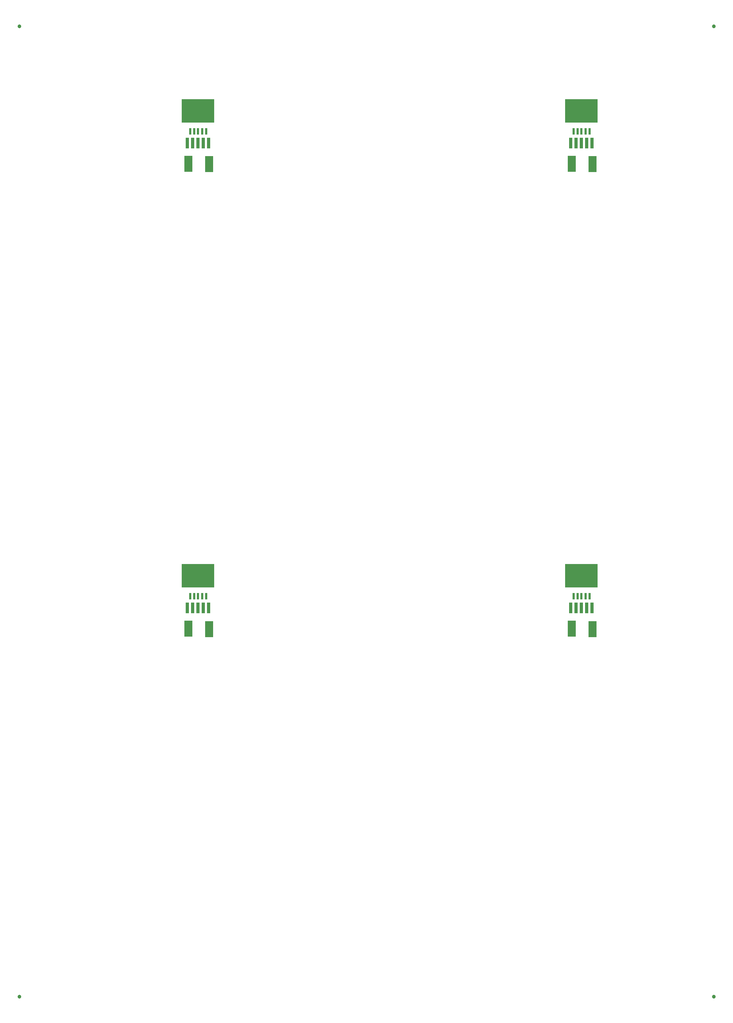
<source format=gtp>
%MOIN*%
%OFA0B0*%
%FSLAX44Y44*%
%IPPOS*%
%LPD*%
%ADD11R,0.407992125984252X0.29437007874015753*%
%ADD12R,0.03937007874015748X0.13779527559055119*%
%ADD13R,0.27559055118110237X0.23031496062992127*%
%ADD14R,0.029921259842519688X0.07874015748031496*%
%ADD15R,0.0984251968503937X0.2*%
%ADD26R,0.407992125984252X0.29437007874015753*%
%ADD27R,0.03937007874015748X0.13779527559055119*%
%ADD28R,0.27559055118110237X0.23031496062992127*%
%ADD29R,0.029921259842519688X0.07874015748031496*%
%ADD30R,0.0984251968503937X0.2*%
%ADD31R,0.407992125984252X0.29437007874015753*%
%ADD32R,0.03937007874015748X0.13779527559055119*%
%ADD33R,0.27559055118110237X0.23031496062992127*%
%ADD34R,0.029921259842519688X0.07874015748031496*%
%ADD35R,0.0984251968503937X0.2*%
%ADD36R,0.407992125984252X0.29437007874015753*%
%ADD37R,0.03937007874015748X0.13779527559055119*%
%ADD38R,0.27559055118110237X0.23031496062992127*%
%ADD39R,0.029921259842519688X0.07874015748031496*%
%ADD40R,0.0984251968503937X0.2*%
%ADD41C,0.047244094488188976*%
%ADD42C,0.047244094488188976*%
G01*
G75*
D11*
X00026311Y00054733D02*
D03*
D12*
X00026311Y00050712D02*
D03*
X00025641Y00050712D02*
D03*
X00024971Y00050712D02*
D03*
X00026981Y00050712D02*
D03*
X00027651Y00050712D02*
D03*
D13*
X00026332Y00054832D02*
D03*
D14*
X00026322Y00052165D02*
D03*
X00026832Y00052165D02*
D03*
X00027332Y00052165D02*
D03*
X00025832Y00052165D02*
D03*
X00025332Y00052165D02*
D03*
D15*
X00025125Y00048111D02*
D03*
X00027725Y00048061D02*
D03*
G04 next file*
G04 Layer_Color=8421504*
G04 skipping 71
G01*
G75*
D26*
X00026311Y00113000D02*
D03*
D27*
X00026311Y00108980D02*
D03*
X00025641Y00108980D02*
D03*
X00024971Y00108980D02*
D03*
X00026981Y00108980D02*
D03*
X00027651Y00108980D02*
D03*
D28*
X00026332Y00113100D02*
D03*
D29*
X00026322Y00110433D02*
D03*
X00026832Y00110433D02*
D03*
X00027332Y00110433D02*
D03*
X00025832Y00110433D02*
D03*
X00025332Y00110433D02*
D03*
D30*
X00025125Y00106379D02*
D03*
X00027725Y00106329D02*
D03*
G04 next file*
G04 Layer_Color=8421504*
G04 skipping 71
G01*
G75*
D31*
X00074343Y00054733D02*
D03*
D32*
X00074343Y00050712D02*
D03*
X00073673Y00050712D02*
D03*
X00073002Y00050712D02*
D03*
X00075013Y00050712D02*
D03*
X00075683Y00050712D02*
D03*
D33*
X00074364Y00054832D02*
D03*
D34*
X00074354Y00052165D02*
D03*
X00074864Y00052165D02*
D03*
X00075364Y00052165D02*
D03*
X00073864Y00052165D02*
D03*
X00073364Y00052165D02*
D03*
D35*
X00073156Y00048111D02*
D03*
X00075756Y00048061D02*
D03*
G04 next file*
G04 Layer_Color=8421504*
G04 skipping 71
G01*
G75*
D36*
X00074343Y00113000D02*
D03*
D37*
X00074343Y00108980D02*
D03*
X00073673Y00108980D02*
D03*
X00073002Y00108980D02*
D03*
X00075013Y00108980D02*
D03*
X00075683Y00108980D02*
D03*
D38*
X00074364Y00113100D02*
D03*
D39*
X00074354Y00110433D02*
D03*
X00074864Y00110433D02*
D03*
X00075364Y00110433D02*
D03*
X00073864Y00110433D02*
D03*
X00073364Y00110433D02*
D03*
D40*
X00073156Y00106379D02*
D03*
X00075756Y00106329D02*
D03*
G04 next file*
G04 Layer_Color=8421504*
G04 skipping 71
G01*
G75*
D41*
X00090944Y00123622D02*
D03*
X00003937Y00123622D02*
D03*
G04 next file*
G04 Layer_Color=8421504*
G04 skipping 71
G01*
G75*
D42*
X00003937Y00001968D02*
D03*
X00090944Y00001968D02*
D03*
M02*
</source>
